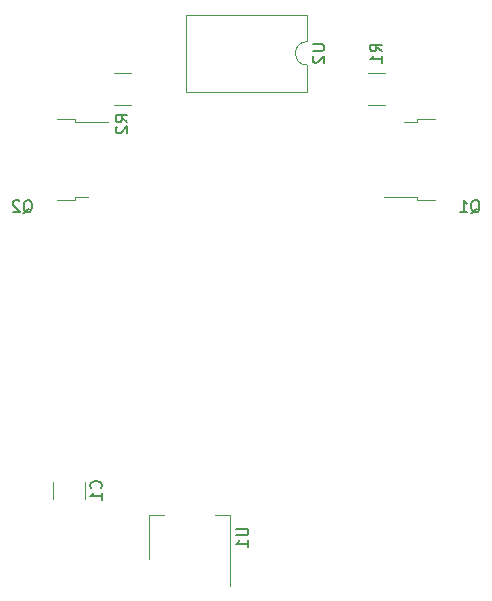
<source format=gbr>
%TF.GenerationSoftware,KiCad,Pcbnew,(6.0.1)*%
%TF.CreationDate,2022-02-20T18:55:47+01:00*%
%TF.ProjectId,NANOFC,4e414e4f-4643-42e6-9b69-6361645f7063,rev?*%
%TF.SameCoordinates,Original*%
%TF.FileFunction,Legend,Bot*%
%TF.FilePolarity,Positive*%
%FSLAX46Y46*%
G04 Gerber Fmt 4.6, Leading zero omitted, Abs format (unit mm)*
G04 Created by KiCad (PCBNEW (6.0.1)) date 2022-02-20 18:55:47*
%MOMM*%
%LPD*%
G01*
G04 APERTURE LIST*
%ADD10C,0.150000*%
%ADD11C,0.120000*%
G04 APERTURE END LIST*
D10*
%TO.C,Q1*%
X193995238Y-82547619D02*
X194090476Y-82500000D01*
X194185714Y-82404761D01*
X194328571Y-82261904D01*
X194423809Y-82214285D01*
X194519047Y-82214285D01*
X194471428Y-82452380D02*
X194566666Y-82404761D01*
X194661904Y-82309523D01*
X194709523Y-82119047D01*
X194709523Y-81785714D01*
X194661904Y-81595238D01*
X194566666Y-81500000D01*
X194471428Y-81452380D01*
X194280952Y-81452380D01*
X194185714Y-81500000D01*
X194090476Y-81595238D01*
X194042857Y-81785714D01*
X194042857Y-82119047D01*
X194090476Y-82309523D01*
X194185714Y-82404761D01*
X194280952Y-82452380D01*
X194471428Y-82452380D01*
X193090476Y-82452380D02*
X193661904Y-82452380D01*
X193376190Y-82452380D02*
X193376190Y-81452380D01*
X193471428Y-81595238D01*
X193566666Y-81690476D01*
X193661904Y-81738095D01*
%TO.C,R1*%
X186452380Y-68833333D02*
X185976190Y-68500000D01*
X186452380Y-68261904D02*
X185452380Y-68261904D01*
X185452380Y-68642857D01*
X185500000Y-68738095D01*
X185547619Y-68785714D01*
X185642857Y-68833333D01*
X185785714Y-68833333D01*
X185880952Y-68785714D01*
X185928571Y-68738095D01*
X185976190Y-68642857D01*
X185976190Y-68261904D01*
X186452380Y-69785714D02*
X186452380Y-69214285D01*
X186452380Y-69500000D02*
X185452380Y-69500000D01*
X185595238Y-69404761D01*
X185690476Y-69309523D01*
X185738095Y-69214285D01*
%TO.C,C1*%
X162657142Y-105833333D02*
X162704761Y-105785714D01*
X162752380Y-105642857D01*
X162752380Y-105547619D01*
X162704761Y-105404761D01*
X162609523Y-105309523D01*
X162514285Y-105261904D01*
X162323809Y-105214285D01*
X162180952Y-105214285D01*
X161990476Y-105261904D01*
X161895238Y-105309523D01*
X161800000Y-105404761D01*
X161752380Y-105547619D01*
X161752380Y-105642857D01*
X161800000Y-105785714D01*
X161847619Y-105833333D01*
X162752380Y-106785714D02*
X162752380Y-106214285D01*
X162752380Y-106500000D02*
X161752380Y-106500000D01*
X161895238Y-106404761D01*
X161990476Y-106309523D01*
X162038095Y-106214285D01*
%TO.C,Q2*%
X156095238Y-82547619D02*
X156190476Y-82500000D01*
X156285714Y-82404761D01*
X156428571Y-82261904D01*
X156523809Y-82214285D01*
X156619047Y-82214285D01*
X156571428Y-82452380D02*
X156666666Y-82404761D01*
X156761904Y-82309523D01*
X156809523Y-82119047D01*
X156809523Y-81785714D01*
X156761904Y-81595238D01*
X156666666Y-81500000D01*
X156571428Y-81452380D01*
X156380952Y-81452380D01*
X156285714Y-81500000D01*
X156190476Y-81595238D01*
X156142857Y-81785714D01*
X156142857Y-82119047D01*
X156190476Y-82309523D01*
X156285714Y-82404761D01*
X156380952Y-82452380D01*
X156571428Y-82452380D01*
X155761904Y-81547619D02*
X155714285Y-81500000D01*
X155619047Y-81452380D01*
X155380952Y-81452380D01*
X155285714Y-81500000D01*
X155238095Y-81547619D01*
X155190476Y-81642857D01*
X155190476Y-81738095D01*
X155238095Y-81880952D01*
X155809523Y-82452380D01*
X155190476Y-82452380D01*
%TO.C,U1*%
X174132380Y-109238095D02*
X174941904Y-109238095D01*
X175037142Y-109285714D01*
X175084761Y-109333333D01*
X175132380Y-109428571D01*
X175132380Y-109619047D01*
X175084761Y-109714285D01*
X175037142Y-109761904D01*
X174941904Y-109809523D01*
X174132380Y-109809523D01*
X175132380Y-110809523D02*
X175132380Y-110238095D01*
X175132380Y-110523809D02*
X174132380Y-110523809D01*
X174275238Y-110428571D01*
X174370476Y-110333333D01*
X174418095Y-110238095D01*
%TO.C,U2*%
X180592380Y-68238095D02*
X181401904Y-68238095D01*
X181497142Y-68285714D01*
X181544761Y-68333333D01*
X181592380Y-68428571D01*
X181592380Y-68619047D01*
X181544761Y-68714285D01*
X181497142Y-68761904D01*
X181401904Y-68809523D01*
X180592380Y-68809523D01*
X180687619Y-69238095D02*
X180640000Y-69285714D01*
X180592380Y-69380952D01*
X180592380Y-69619047D01*
X180640000Y-69714285D01*
X180687619Y-69761904D01*
X180782857Y-69809523D01*
X180878095Y-69809523D01*
X181020952Y-69761904D01*
X181592380Y-69190476D01*
X181592380Y-69809523D01*
%TO.C,R2*%
X164914880Y-74833333D02*
X164438690Y-74500000D01*
X164914880Y-74261904D02*
X163914880Y-74261904D01*
X163914880Y-74642857D01*
X163962500Y-74738095D01*
X164010119Y-74785714D01*
X164105357Y-74833333D01*
X164248214Y-74833333D01*
X164343452Y-74785714D01*
X164391071Y-74738095D01*
X164438690Y-74642857D01*
X164438690Y-74261904D01*
X164010119Y-75214285D02*
X163962500Y-75261904D01*
X163914880Y-75357142D01*
X163914880Y-75595238D01*
X163962500Y-75690476D01*
X164010119Y-75738095D01*
X164105357Y-75785714D01*
X164200595Y-75785714D01*
X164343452Y-75738095D01*
X164914880Y-75166666D01*
X164914880Y-75785714D01*
D11*
%TO.C,Q1*%
X190930000Y-81450000D02*
X189430000Y-81450000D01*
X189430000Y-81450000D02*
X189430000Y-81180000D01*
X189430000Y-81180000D02*
X186600000Y-81180000D01*
X189430000Y-74820000D02*
X188330000Y-74820000D01*
X189430000Y-74550000D02*
X189430000Y-74820000D01*
X190930000Y-74550000D02*
X189430000Y-74550000D01*
%TO.C,R1*%
X186723737Y-73355000D02*
X185276263Y-73355000D01*
X186723737Y-70645000D02*
X185276263Y-70645000D01*
%TO.C,C1*%
X158640000Y-106711252D02*
X158640000Y-105288748D01*
X161360000Y-106711252D02*
X161360000Y-105288748D01*
%TO.C,Q2*%
X160470000Y-74820000D02*
X163300000Y-74820000D01*
X158970000Y-74550000D02*
X160470000Y-74550000D01*
X160470000Y-81450000D02*
X160470000Y-81180000D01*
X160470000Y-81180000D02*
X161570000Y-81180000D01*
X158970000Y-81450000D02*
X160470000Y-81450000D01*
X160470000Y-74550000D02*
X160470000Y-74820000D01*
%TO.C,U1*%
X166770000Y-111850000D02*
X166770000Y-108090000D01*
X173590000Y-114100000D02*
X173590000Y-108090000D01*
X173590000Y-108090000D02*
X172330000Y-108090000D01*
X166770000Y-108090000D02*
X168030000Y-108090000D01*
%TO.C,U2*%
X180140000Y-65765000D02*
X180140000Y-68000000D01*
X169860000Y-72235000D02*
X169860000Y-65765000D01*
X169860000Y-65765000D02*
X180140000Y-65765000D01*
X180140000Y-70000000D02*
X180140000Y-72235000D01*
X180140000Y-72235000D02*
X169860000Y-72235000D01*
X180140000Y-68000000D02*
G75*
G03*
X180140000Y-70000000I0J-1000000D01*
G01*
%TO.C,R2*%
X165186237Y-70645000D02*
X163738763Y-70645000D01*
X165186237Y-73355000D02*
X163738763Y-73355000D01*
%TD*%
M02*

</source>
